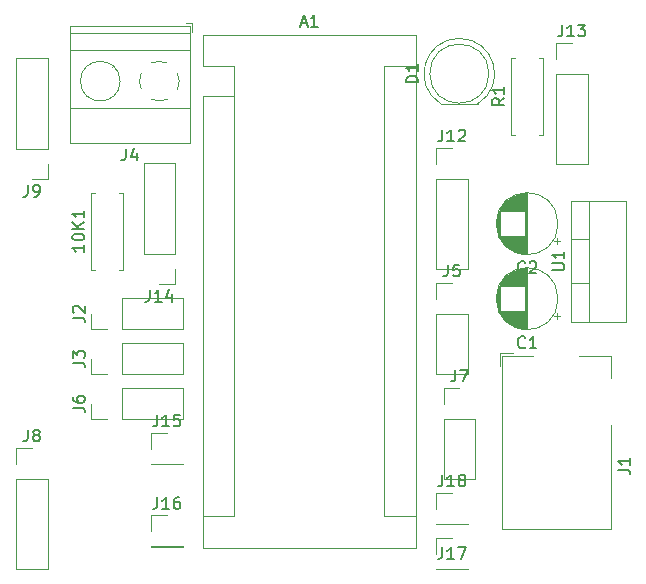
<source format=gbr>
%TF.GenerationSoftware,KiCad,Pcbnew,(5.1.12)-1*%
%TF.CreationDate,2022-03-25T13:53:05+05:30*%
%TF.ProjectId,smart_menu,736d6172-745f-46d6-956e-752e6b696361,rev?*%
%TF.SameCoordinates,Original*%
%TF.FileFunction,Legend,Top*%
%TF.FilePolarity,Positive*%
%FSLAX46Y46*%
G04 Gerber Fmt 4.6, Leading zero omitted, Abs format (unit mm)*
G04 Created by KiCad (PCBNEW (5.1.12)-1) date 2022-03-25 13:53:05*
%MOMM*%
%LPD*%
G01*
G04 APERTURE LIST*
%ADD10C,0.120000*%
%ADD11C,0.150000*%
G04 APERTURE END LIST*
D10*
%TO.C,J4*%
X89390000Y-82550000D02*
G75*
G03*
X89390000Y-82550000I-1680000J0D01*
G01*
X95270000Y-78450000D02*
X85150000Y-78450000D01*
X95270000Y-79950000D02*
X85150000Y-79950000D01*
X95270000Y-84851000D02*
X85150000Y-84851000D01*
X95270000Y-87811000D02*
X85150000Y-87811000D01*
X95270000Y-77890000D02*
X85150000Y-77890000D01*
X95270000Y-87811000D02*
X95270000Y-77890000D01*
X85150000Y-87811000D02*
X85150000Y-77890000D01*
X86435000Y-83619000D02*
X86482000Y-83573000D01*
X88744000Y-81311000D02*
X88779000Y-81276000D01*
X86640000Y-83825000D02*
X86675000Y-83789000D01*
X88937000Y-81527000D02*
X88984000Y-81481000D01*
X95510000Y-78390000D02*
X95510000Y-77650000D01*
X95510000Y-77650000D02*
X95010000Y-77650000D01*
X92681195Y-80869747D02*
G75*
G02*
X93394000Y-81015000I28805J-1680253D01*
G01*
X94245426Y-81866958D02*
G75*
G02*
X94245000Y-83234000I-1535426J-683042D01*
G01*
X93393042Y-84085426D02*
G75*
G02*
X92026000Y-84085000I-683042J1535426D01*
G01*
X91174574Y-83233042D02*
G75*
G02*
X91175000Y-81866000I1535426J683042D01*
G01*
X92026682Y-81015244D02*
G75*
G02*
X92710000Y-80870000I683318J-1534756D01*
G01*
%TO.C,U1*%
X127540000Y-102910000D02*
X127540000Y-92670000D01*
X132181000Y-102910000D02*
X132181000Y-92670000D01*
X127540000Y-102910000D02*
X132181000Y-102910000D01*
X127540000Y-92670000D02*
X132181000Y-92670000D01*
X129050000Y-102910000D02*
X129050000Y-92670000D01*
X127540000Y-99640000D02*
X129050000Y-99640000D01*
X127540000Y-95939000D02*
X129050000Y-95939000D01*
%TO.C,R1*%
X122785000Y-87090000D02*
X122455000Y-87090000D01*
X122455000Y-87090000D02*
X122455000Y-80550000D01*
X122455000Y-80550000D02*
X122785000Y-80550000D01*
X124865000Y-87090000D02*
X125195000Y-87090000D01*
X125195000Y-87090000D02*
X125195000Y-80550000D01*
X125195000Y-80550000D02*
X124865000Y-80550000D01*
%TO.C,J18*%
X116145000Y-120075000D02*
X118805000Y-120075000D01*
X116145000Y-120015000D02*
X116145000Y-120075000D01*
X118805000Y-120015000D02*
X118805000Y-120075000D01*
X116145000Y-120015000D02*
X118805000Y-120015000D01*
X116145000Y-118745000D02*
X116145000Y-117415000D01*
X116145000Y-117415000D02*
X117475000Y-117415000D01*
%TO.C,J17*%
X116145000Y-123885000D02*
X118805000Y-123885000D01*
X116145000Y-123825000D02*
X116145000Y-123885000D01*
X118805000Y-123825000D02*
X118805000Y-123885000D01*
X116145000Y-123825000D02*
X118805000Y-123825000D01*
X116145000Y-122555000D02*
X116145000Y-121225000D01*
X116145000Y-121225000D02*
X117475000Y-121225000D01*
%TO.C,J16*%
X92015000Y-121980000D02*
X94675000Y-121980000D01*
X92015000Y-121920000D02*
X92015000Y-121980000D01*
X94675000Y-121920000D02*
X94675000Y-121980000D01*
X92015000Y-121920000D02*
X94675000Y-121920000D01*
X92015000Y-120650000D02*
X92015000Y-119320000D01*
X92015000Y-119320000D02*
X93345000Y-119320000D01*
%TO.C,J15*%
X92015000Y-114995000D02*
X94675000Y-114995000D01*
X92015000Y-114935000D02*
X92015000Y-114995000D01*
X94675000Y-114935000D02*
X94675000Y-114995000D01*
X92015000Y-114935000D02*
X94675000Y-114935000D01*
X92015000Y-113665000D02*
X92015000Y-112335000D01*
X92015000Y-112335000D02*
X93345000Y-112335000D01*
%TO.C,J14*%
X94040000Y-89475000D02*
X91380000Y-89475000D01*
X94040000Y-97155000D02*
X94040000Y-89475000D01*
X91380000Y-97155000D02*
X91380000Y-89475000D01*
X94040000Y-97155000D02*
X91380000Y-97155000D01*
X94040000Y-98425000D02*
X94040000Y-99755000D01*
X94040000Y-99755000D02*
X92710000Y-99755000D01*
%TO.C,J13*%
X126305000Y-89595000D02*
X128965000Y-89595000D01*
X126305000Y-81915000D02*
X126305000Y-89595000D01*
X128965000Y-81915000D02*
X128965000Y-89595000D01*
X126305000Y-81915000D02*
X128965000Y-81915000D01*
X126305000Y-80645000D02*
X126305000Y-79315000D01*
X126305000Y-79315000D02*
X127635000Y-79315000D01*
%TO.C,J12*%
X116145000Y-98485000D02*
X118805000Y-98485000D01*
X116145000Y-90805000D02*
X116145000Y-98485000D01*
X118805000Y-90805000D02*
X118805000Y-98485000D01*
X116145000Y-90805000D02*
X118805000Y-90805000D01*
X116145000Y-89535000D02*
X116145000Y-88205000D01*
X116145000Y-88205000D02*
X117475000Y-88205000D01*
%TO.C,J9*%
X83245000Y-80585000D02*
X80585000Y-80585000D01*
X83245000Y-88265000D02*
X83245000Y-80585000D01*
X80585000Y-88265000D02*
X80585000Y-80585000D01*
X83245000Y-88265000D02*
X80585000Y-88265000D01*
X83245000Y-89535000D02*
X83245000Y-90865000D01*
X83245000Y-90865000D02*
X81915000Y-90865000D01*
%TO.C,J8*%
X80585000Y-123885000D02*
X83245000Y-123885000D01*
X80585000Y-116205000D02*
X80585000Y-123885000D01*
X83245000Y-116205000D02*
X83245000Y-123885000D01*
X80585000Y-116205000D02*
X83245000Y-116205000D01*
X80585000Y-114935000D02*
X80585000Y-113605000D01*
X80585000Y-113605000D02*
X81915000Y-113605000D01*
%TO.C,J7*%
X116780000Y-116265000D02*
X119440000Y-116265000D01*
X116780000Y-111125000D02*
X116780000Y-116265000D01*
X119440000Y-111125000D02*
X119440000Y-116265000D01*
X116780000Y-111125000D02*
X119440000Y-111125000D01*
X116780000Y-109855000D02*
X116780000Y-108525000D01*
X116780000Y-108525000D02*
X118110000Y-108525000D01*
%TO.C,J6*%
X94675000Y-111185000D02*
X94675000Y-108525000D01*
X89535000Y-111185000D02*
X94675000Y-111185000D01*
X89535000Y-108525000D02*
X94675000Y-108525000D01*
X89535000Y-111185000D02*
X89535000Y-108525000D01*
X88265000Y-111185000D02*
X86935000Y-111185000D01*
X86935000Y-111185000D02*
X86935000Y-109855000D01*
%TO.C,J5*%
X116145000Y-107375000D02*
X118805000Y-107375000D01*
X116145000Y-102235000D02*
X116145000Y-107375000D01*
X118805000Y-102235000D02*
X118805000Y-107375000D01*
X116145000Y-102235000D02*
X118805000Y-102235000D01*
X116145000Y-100965000D02*
X116145000Y-99635000D01*
X116145000Y-99635000D02*
X117475000Y-99635000D01*
%TO.C,J3*%
X94675000Y-107375000D02*
X94675000Y-104715000D01*
X89535000Y-107375000D02*
X94675000Y-107375000D01*
X89535000Y-104715000D02*
X94675000Y-104715000D01*
X89535000Y-107375000D02*
X89535000Y-104715000D01*
X88265000Y-107375000D02*
X86935000Y-107375000D01*
X86935000Y-107375000D02*
X86935000Y-106045000D01*
%TO.C,J2*%
X94675000Y-103565000D02*
X94675000Y-100905000D01*
X89535000Y-103565000D02*
X94675000Y-103565000D01*
X89535000Y-100905000D02*
X94675000Y-100905000D01*
X89535000Y-103565000D02*
X89535000Y-100905000D01*
X88265000Y-103565000D02*
X86935000Y-103565000D01*
X86935000Y-103565000D02*
X86935000Y-102235000D01*
%TO.C,J1*%
X122615000Y-105580000D02*
X121565000Y-105580000D01*
X121565000Y-106630000D02*
X121565000Y-105580000D01*
X130965000Y-111680000D02*
X130965000Y-120480000D01*
X130965000Y-120480000D02*
X121765000Y-120480000D01*
X128265000Y-105780000D02*
X130965000Y-105780000D01*
X130965000Y-105780000D02*
X130965000Y-107680000D01*
X121765000Y-120480000D02*
X121765000Y-105780000D01*
X121765000Y-105780000D02*
X124365000Y-105780000D01*
%TO.C,D1*%
X120610000Y-81915000D02*
G75*
G03*
X120610000Y-81915000I-2500000J0D01*
G01*
X116565000Y-84475000D02*
X119655000Y-84475000D01*
X118109538Y-78925000D02*
G75*
G02*
X119654830Y-84475000I462J-2990000D01*
G01*
X118110462Y-78925000D02*
G75*
G03*
X116565170Y-84475000I-462J-2990000D01*
G01*
%TO.C,C2*%
X126465000Y-94615000D02*
G75*
G03*
X126465000Y-94615000I-2620000J0D01*
G01*
X123845000Y-97195000D02*
X123845000Y-92035000D01*
X123805000Y-97195000D02*
X123805000Y-92035000D01*
X123765000Y-97194000D02*
X123765000Y-92036000D01*
X123725000Y-97193000D02*
X123725000Y-92037000D01*
X123685000Y-97191000D02*
X123685000Y-92039000D01*
X123645000Y-97188000D02*
X123645000Y-92042000D01*
X123605000Y-97184000D02*
X123605000Y-95655000D01*
X123605000Y-93575000D02*
X123605000Y-92046000D01*
X123565000Y-97180000D02*
X123565000Y-95655000D01*
X123565000Y-93575000D02*
X123565000Y-92050000D01*
X123525000Y-97176000D02*
X123525000Y-95655000D01*
X123525000Y-93575000D02*
X123525000Y-92054000D01*
X123485000Y-97171000D02*
X123485000Y-95655000D01*
X123485000Y-93575000D02*
X123485000Y-92059000D01*
X123445000Y-97165000D02*
X123445000Y-95655000D01*
X123445000Y-93575000D02*
X123445000Y-92065000D01*
X123405000Y-97158000D02*
X123405000Y-95655000D01*
X123405000Y-93575000D02*
X123405000Y-92072000D01*
X123365000Y-97151000D02*
X123365000Y-95655000D01*
X123365000Y-93575000D02*
X123365000Y-92079000D01*
X123325000Y-97143000D02*
X123325000Y-95655000D01*
X123325000Y-93575000D02*
X123325000Y-92087000D01*
X123285000Y-97135000D02*
X123285000Y-95655000D01*
X123285000Y-93575000D02*
X123285000Y-92095000D01*
X123245000Y-97126000D02*
X123245000Y-95655000D01*
X123245000Y-93575000D02*
X123245000Y-92104000D01*
X123205000Y-97116000D02*
X123205000Y-95655000D01*
X123205000Y-93575000D02*
X123205000Y-92114000D01*
X123165000Y-97106000D02*
X123165000Y-95655000D01*
X123165000Y-93575000D02*
X123165000Y-92124000D01*
X123124000Y-97095000D02*
X123124000Y-95655000D01*
X123124000Y-93575000D02*
X123124000Y-92135000D01*
X123084000Y-97083000D02*
X123084000Y-95655000D01*
X123084000Y-93575000D02*
X123084000Y-92147000D01*
X123044000Y-97070000D02*
X123044000Y-95655000D01*
X123044000Y-93575000D02*
X123044000Y-92160000D01*
X123004000Y-97057000D02*
X123004000Y-95655000D01*
X123004000Y-93575000D02*
X123004000Y-92173000D01*
X122964000Y-97043000D02*
X122964000Y-95655000D01*
X122964000Y-93575000D02*
X122964000Y-92187000D01*
X122924000Y-97029000D02*
X122924000Y-95655000D01*
X122924000Y-93575000D02*
X122924000Y-92201000D01*
X122884000Y-97013000D02*
X122884000Y-95655000D01*
X122884000Y-93575000D02*
X122884000Y-92217000D01*
X122844000Y-96997000D02*
X122844000Y-95655000D01*
X122844000Y-93575000D02*
X122844000Y-92233000D01*
X122804000Y-96980000D02*
X122804000Y-95655000D01*
X122804000Y-93575000D02*
X122804000Y-92250000D01*
X122764000Y-96963000D02*
X122764000Y-95655000D01*
X122764000Y-93575000D02*
X122764000Y-92267000D01*
X122724000Y-96944000D02*
X122724000Y-95655000D01*
X122724000Y-93575000D02*
X122724000Y-92286000D01*
X122684000Y-96925000D02*
X122684000Y-95655000D01*
X122684000Y-93575000D02*
X122684000Y-92305000D01*
X122644000Y-96905000D02*
X122644000Y-95655000D01*
X122644000Y-93575000D02*
X122644000Y-92325000D01*
X122604000Y-96883000D02*
X122604000Y-95655000D01*
X122604000Y-93575000D02*
X122604000Y-92347000D01*
X122564000Y-96862000D02*
X122564000Y-95655000D01*
X122564000Y-93575000D02*
X122564000Y-92368000D01*
X122524000Y-96839000D02*
X122524000Y-95655000D01*
X122524000Y-93575000D02*
X122524000Y-92391000D01*
X122484000Y-96815000D02*
X122484000Y-95655000D01*
X122484000Y-93575000D02*
X122484000Y-92415000D01*
X122444000Y-96790000D02*
X122444000Y-95655000D01*
X122444000Y-93575000D02*
X122444000Y-92440000D01*
X122404000Y-96764000D02*
X122404000Y-95655000D01*
X122404000Y-93575000D02*
X122404000Y-92466000D01*
X122364000Y-96737000D02*
X122364000Y-95655000D01*
X122364000Y-93575000D02*
X122364000Y-92493000D01*
X122324000Y-96710000D02*
X122324000Y-95655000D01*
X122324000Y-93575000D02*
X122324000Y-92520000D01*
X122284000Y-96680000D02*
X122284000Y-95655000D01*
X122284000Y-93575000D02*
X122284000Y-92550000D01*
X122244000Y-96650000D02*
X122244000Y-95655000D01*
X122244000Y-93575000D02*
X122244000Y-92580000D01*
X122204000Y-96619000D02*
X122204000Y-95655000D01*
X122204000Y-93575000D02*
X122204000Y-92611000D01*
X122164000Y-96586000D02*
X122164000Y-95655000D01*
X122164000Y-93575000D02*
X122164000Y-92644000D01*
X122124000Y-96552000D02*
X122124000Y-95655000D01*
X122124000Y-93575000D02*
X122124000Y-92678000D01*
X122084000Y-96516000D02*
X122084000Y-95655000D01*
X122084000Y-93575000D02*
X122084000Y-92714000D01*
X122044000Y-96479000D02*
X122044000Y-95655000D01*
X122044000Y-93575000D02*
X122044000Y-92751000D01*
X122004000Y-96441000D02*
X122004000Y-95655000D01*
X122004000Y-93575000D02*
X122004000Y-92789000D01*
X121964000Y-96400000D02*
X121964000Y-95655000D01*
X121964000Y-93575000D02*
X121964000Y-92830000D01*
X121924000Y-96358000D02*
X121924000Y-95655000D01*
X121924000Y-93575000D02*
X121924000Y-92872000D01*
X121884000Y-96314000D02*
X121884000Y-95655000D01*
X121884000Y-93575000D02*
X121884000Y-92916000D01*
X121844000Y-96268000D02*
X121844000Y-95655000D01*
X121844000Y-93575000D02*
X121844000Y-92962000D01*
X121804000Y-96220000D02*
X121804000Y-95655000D01*
X121804000Y-93575000D02*
X121804000Y-93010000D01*
X121764000Y-96169000D02*
X121764000Y-95655000D01*
X121764000Y-93575000D02*
X121764000Y-93061000D01*
X121724000Y-96115000D02*
X121724000Y-95655000D01*
X121724000Y-93575000D02*
X121724000Y-93115000D01*
X121684000Y-96058000D02*
X121684000Y-95655000D01*
X121684000Y-93575000D02*
X121684000Y-93172000D01*
X121644000Y-95998000D02*
X121644000Y-95655000D01*
X121644000Y-93575000D02*
X121644000Y-93232000D01*
X121604000Y-95934000D02*
X121604000Y-95655000D01*
X121604000Y-93575000D02*
X121604000Y-93296000D01*
X121564000Y-95866000D02*
X121564000Y-95655000D01*
X121564000Y-93575000D02*
X121564000Y-93364000D01*
X121524000Y-95793000D02*
X121524000Y-93437000D01*
X121484000Y-95713000D02*
X121484000Y-93517000D01*
X121444000Y-95626000D02*
X121444000Y-93604000D01*
X121404000Y-95530000D02*
X121404000Y-93700000D01*
X121364000Y-95420000D02*
X121364000Y-93810000D01*
X121324000Y-95292000D02*
X121324000Y-93938000D01*
X121284000Y-95133000D02*
X121284000Y-94097000D01*
X121244000Y-94899000D02*
X121244000Y-94331000D01*
X126649775Y-96090000D02*
X126149775Y-96090000D01*
X126399775Y-96340000D02*
X126399775Y-95840000D01*
%TO.C,C1*%
X126465000Y-100965000D02*
G75*
G03*
X126465000Y-100965000I-2620000J0D01*
G01*
X123845000Y-103545000D02*
X123845000Y-98385000D01*
X123805000Y-103545000D02*
X123805000Y-98385000D01*
X123765000Y-103544000D02*
X123765000Y-98386000D01*
X123725000Y-103543000D02*
X123725000Y-98387000D01*
X123685000Y-103541000D02*
X123685000Y-98389000D01*
X123645000Y-103538000D02*
X123645000Y-98392000D01*
X123605000Y-103534000D02*
X123605000Y-102005000D01*
X123605000Y-99925000D02*
X123605000Y-98396000D01*
X123565000Y-103530000D02*
X123565000Y-102005000D01*
X123565000Y-99925000D02*
X123565000Y-98400000D01*
X123525000Y-103526000D02*
X123525000Y-102005000D01*
X123525000Y-99925000D02*
X123525000Y-98404000D01*
X123485000Y-103521000D02*
X123485000Y-102005000D01*
X123485000Y-99925000D02*
X123485000Y-98409000D01*
X123445000Y-103515000D02*
X123445000Y-102005000D01*
X123445000Y-99925000D02*
X123445000Y-98415000D01*
X123405000Y-103508000D02*
X123405000Y-102005000D01*
X123405000Y-99925000D02*
X123405000Y-98422000D01*
X123365000Y-103501000D02*
X123365000Y-102005000D01*
X123365000Y-99925000D02*
X123365000Y-98429000D01*
X123325000Y-103493000D02*
X123325000Y-102005000D01*
X123325000Y-99925000D02*
X123325000Y-98437000D01*
X123285000Y-103485000D02*
X123285000Y-102005000D01*
X123285000Y-99925000D02*
X123285000Y-98445000D01*
X123245000Y-103476000D02*
X123245000Y-102005000D01*
X123245000Y-99925000D02*
X123245000Y-98454000D01*
X123205000Y-103466000D02*
X123205000Y-102005000D01*
X123205000Y-99925000D02*
X123205000Y-98464000D01*
X123165000Y-103456000D02*
X123165000Y-102005000D01*
X123165000Y-99925000D02*
X123165000Y-98474000D01*
X123124000Y-103445000D02*
X123124000Y-102005000D01*
X123124000Y-99925000D02*
X123124000Y-98485000D01*
X123084000Y-103433000D02*
X123084000Y-102005000D01*
X123084000Y-99925000D02*
X123084000Y-98497000D01*
X123044000Y-103420000D02*
X123044000Y-102005000D01*
X123044000Y-99925000D02*
X123044000Y-98510000D01*
X123004000Y-103407000D02*
X123004000Y-102005000D01*
X123004000Y-99925000D02*
X123004000Y-98523000D01*
X122964000Y-103393000D02*
X122964000Y-102005000D01*
X122964000Y-99925000D02*
X122964000Y-98537000D01*
X122924000Y-103379000D02*
X122924000Y-102005000D01*
X122924000Y-99925000D02*
X122924000Y-98551000D01*
X122884000Y-103363000D02*
X122884000Y-102005000D01*
X122884000Y-99925000D02*
X122884000Y-98567000D01*
X122844000Y-103347000D02*
X122844000Y-102005000D01*
X122844000Y-99925000D02*
X122844000Y-98583000D01*
X122804000Y-103330000D02*
X122804000Y-102005000D01*
X122804000Y-99925000D02*
X122804000Y-98600000D01*
X122764000Y-103313000D02*
X122764000Y-102005000D01*
X122764000Y-99925000D02*
X122764000Y-98617000D01*
X122724000Y-103294000D02*
X122724000Y-102005000D01*
X122724000Y-99925000D02*
X122724000Y-98636000D01*
X122684000Y-103275000D02*
X122684000Y-102005000D01*
X122684000Y-99925000D02*
X122684000Y-98655000D01*
X122644000Y-103255000D02*
X122644000Y-102005000D01*
X122644000Y-99925000D02*
X122644000Y-98675000D01*
X122604000Y-103233000D02*
X122604000Y-102005000D01*
X122604000Y-99925000D02*
X122604000Y-98697000D01*
X122564000Y-103212000D02*
X122564000Y-102005000D01*
X122564000Y-99925000D02*
X122564000Y-98718000D01*
X122524000Y-103189000D02*
X122524000Y-102005000D01*
X122524000Y-99925000D02*
X122524000Y-98741000D01*
X122484000Y-103165000D02*
X122484000Y-102005000D01*
X122484000Y-99925000D02*
X122484000Y-98765000D01*
X122444000Y-103140000D02*
X122444000Y-102005000D01*
X122444000Y-99925000D02*
X122444000Y-98790000D01*
X122404000Y-103114000D02*
X122404000Y-102005000D01*
X122404000Y-99925000D02*
X122404000Y-98816000D01*
X122364000Y-103087000D02*
X122364000Y-102005000D01*
X122364000Y-99925000D02*
X122364000Y-98843000D01*
X122324000Y-103060000D02*
X122324000Y-102005000D01*
X122324000Y-99925000D02*
X122324000Y-98870000D01*
X122284000Y-103030000D02*
X122284000Y-102005000D01*
X122284000Y-99925000D02*
X122284000Y-98900000D01*
X122244000Y-103000000D02*
X122244000Y-102005000D01*
X122244000Y-99925000D02*
X122244000Y-98930000D01*
X122204000Y-102969000D02*
X122204000Y-102005000D01*
X122204000Y-99925000D02*
X122204000Y-98961000D01*
X122164000Y-102936000D02*
X122164000Y-102005000D01*
X122164000Y-99925000D02*
X122164000Y-98994000D01*
X122124000Y-102902000D02*
X122124000Y-102005000D01*
X122124000Y-99925000D02*
X122124000Y-99028000D01*
X122084000Y-102866000D02*
X122084000Y-102005000D01*
X122084000Y-99925000D02*
X122084000Y-99064000D01*
X122044000Y-102829000D02*
X122044000Y-102005000D01*
X122044000Y-99925000D02*
X122044000Y-99101000D01*
X122004000Y-102791000D02*
X122004000Y-102005000D01*
X122004000Y-99925000D02*
X122004000Y-99139000D01*
X121964000Y-102750000D02*
X121964000Y-102005000D01*
X121964000Y-99925000D02*
X121964000Y-99180000D01*
X121924000Y-102708000D02*
X121924000Y-102005000D01*
X121924000Y-99925000D02*
X121924000Y-99222000D01*
X121884000Y-102664000D02*
X121884000Y-102005000D01*
X121884000Y-99925000D02*
X121884000Y-99266000D01*
X121844000Y-102618000D02*
X121844000Y-102005000D01*
X121844000Y-99925000D02*
X121844000Y-99312000D01*
X121804000Y-102570000D02*
X121804000Y-102005000D01*
X121804000Y-99925000D02*
X121804000Y-99360000D01*
X121764000Y-102519000D02*
X121764000Y-102005000D01*
X121764000Y-99925000D02*
X121764000Y-99411000D01*
X121724000Y-102465000D02*
X121724000Y-102005000D01*
X121724000Y-99925000D02*
X121724000Y-99465000D01*
X121684000Y-102408000D02*
X121684000Y-102005000D01*
X121684000Y-99925000D02*
X121684000Y-99522000D01*
X121644000Y-102348000D02*
X121644000Y-102005000D01*
X121644000Y-99925000D02*
X121644000Y-99582000D01*
X121604000Y-102284000D02*
X121604000Y-102005000D01*
X121604000Y-99925000D02*
X121604000Y-99646000D01*
X121564000Y-102216000D02*
X121564000Y-102005000D01*
X121564000Y-99925000D02*
X121564000Y-99714000D01*
X121524000Y-102143000D02*
X121524000Y-99787000D01*
X121484000Y-102063000D02*
X121484000Y-99867000D01*
X121444000Y-101976000D02*
X121444000Y-99954000D01*
X121404000Y-101880000D02*
X121404000Y-100050000D01*
X121364000Y-101770000D02*
X121364000Y-100160000D01*
X121324000Y-101642000D02*
X121324000Y-100288000D01*
X121284000Y-101483000D02*
X121284000Y-100447000D01*
X121244000Y-101249000D02*
X121244000Y-100681000D01*
X126649775Y-102440000D02*
X126149775Y-102440000D01*
X126399775Y-102690000D02*
X126399775Y-102190000D01*
%TO.C,A1*%
X99060000Y-83820000D02*
X99060000Y-81280000D01*
X99060000Y-81280000D02*
X96390000Y-81280000D01*
X96390000Y-83820000D02*
X96390000Y-122050000D01*
X96390000Y-78610000D02*
X96390000Y-81280000D01*
X111760000Y-81280000D02*
X114430000Y-81280000D01*
X111760000Y-81280000D02*
X111760000Y-119380000D01*
X111760000Y-119380000D02*
X114430000Y-119380000D01*
X99060000Y-83820000D02*
X96390000Y-83820000D01*
X99060000Y-83820000D02*
X99060000Y-119380000D01*
X99060000Y-119380000D02*
X96390000Y-119380000D01*
X96390000Y-122050000D02*
X114430000Y-122050000D01*
X114430000Y-122050000D02*
X114430000Y-78610000D01*
X114430000Y-78610000D02*
X96390000Y-78610000D01*
%TO.C,10K1*%
X87225000Y-98520000D02*
X86895000Y-98520000D01*
X86895000Y-98520000D02*
X86895000Y-91980000D01*
X86895000Y-91980000D02*
X87225000Y-91980000D01*
X89305000Y-98520000D02*
X89635000Y-98520000D01*
X89635000Y-98520000D02*
X89635000Y-91980000D01*
X89635000Y-91980000D02*
X89305000Y-91980000D01*
%TO.C,J4*%
D11*
X89876666Y-88262380D02*
X89876666Y-88976666D01*
X89829047Y-89119523D01*
X89733809Y-89214761D01*
X89590952Y-89262380D01*
X89495714Y-89262380D01*
X90781428Y-88595714D02*
X90781428Y-89262380D01*
X90543333Y-88214761D02*
X90305238Y-88929047D01*
X90924285Y-88929047D01*
%TO.C,U1*%
X125992380Y-98551904D02*
X126801904Y-98551904D01*
X126897142Y-98504285D01*
X126944761Y-98456666D01*
X126992380Y-98361428D01*
X126992380Y-98170952D01*
X126944761Y-98075714D01*
X126897142Y-98028095D01*
X126801904Y-97980476D01*
X125992380Y-97980476D01*
X126992380Y-96980476D02*
X126992380Y-97551904D01*
X126992380Y-97266190D02*
X125992380Y-97266190D01*
X126135238Y-97361428D01*
X126230476Y-97456666D01*
X126278095Y-97551904D01*
%TO.C,R1*%
X121907380Y-83986666D02*
X121431190Y-84320000D01*
X121907380Y-84558095D02*
X120907380Y-84558095D01*
X120907380Y-84177142D01*
X120955000Y-84081904D01*
X121002619Y-84034285D01*
X121097857Y-83986666D01*
X121240714Y-83986666D01*
X121335952Y-84034285D01*
X121383571Y-84081904D01*
X121431190Y-84177142D01*
X121431190Y-84558095D01*
X121907380Y-83034285D02*
X121907380Y-83605714D01*
X121907380Y-83320000D02*
X120907380Y-83320000D01*
X121050238Y-83415238D01*
X121145476Y-83510476D01*
X121193095Y-83605714D01*
%TO.C,J18*%
X116665476Y-115867380D02*
X116665476Y-116581666D01*
X116617857Y-116724523D01*
X116522619Y-116819761D01*
X116379761Y-116867380D01*
X116284523Y-116867380D01*
X117665476Y-116867380D02*
X117094047Y-116867380D01*
X117379761Y-116867380D02*
X117379761Y-115867380D01*
X117284523Y-116010238D01*
X117189285Y-116105476D01*
X117094047Y-116153095D01*
X118236904Y-116295952D02*
X118141666Y-116248333D01*
X118094047Y-116200714D01*
X118046428Y-116105476D01*
X118046428Y-116057857D01*
X118094047Y-115962619D01*
X118141666Y-115915000D01*
X118236904Y-115867380D01*
X118427380Y-115867380D01*
X118522619Y-115915000D01*
X118570238Y-115962619D01*
X118617857Y-116057857D01*
X118617857Y-116105476D01*
X118570238Y-116200714D01*
X118522619Y-116248333D01*
X118427380Y-116295952D01*
X118236904Y-116295952D01*
X118141666Y-116343571D01*
X118094047Y-116391190D01*
X118046428Y-116486428D01*
X118046428Y-116676904D01*
X118094047Y-116772142D01*
X118141666Y-116819761D01*
X118236904Y-116867380D01*
X118427380Y-116867380D01*
X118522619Y-116819761D01*
X118570238Y-116772142D01*
X118617857Y-116676904D01*
X118617857Y-116486428D01*
X118570238Y-116391190D01*
X118522619Y-116343571D01*
X118427380Y-116295952D01*
%TO.C,J17*%
X116665476Y-122007380D02*
X116665476Y-122721666D01*
X116617857Y-122864523D01*
X116522619Y-122959761D01*
X116379761Y-123007380D01*
X116284523Y-123007380D01*
X117665476Y-123007380D02*
X117094047Y-123007380D01*
X117379761Y-123007380D02*
X117379761Y-122007380D01*
X117284523Y-122150238D01*
X117189285Y-122245476D01*
X117094047Y-122293095D01*
X117998809Y-122007380D02*
X118665476Y-122007380D01*
X118236904Y-123007380D01*
%TO.C,J16*%
X92535476Y-117772380D02*
X92535476Y-118486666D01*
X92487857Y-118629523D01*
X92392619Y-118724761D01*
X92249761Y-118772380D01*
X92154523Y-118772380D01*
X93535476Y-118772380D02*
X92964047Y-118772380D01*
X93249761Y-118772380D02*
X93249761Y-117772380D01*
X93154523Y-117915238D01*
X93059285Y-118010476D01*
X92964047Y-118058095D01*
X94392619Y-117772380D02*
X94202142Y-117772380D01*
X94106904Y-117820000D01*
X94059285Y-117867619D01*
X93964047Y-118010476D01*
X93916428Y-118200952D01*
X93916428Y-118581904D01*
X93964047Y-118677142D01*
X94011666Y-118724761D01*
X94106904Y-118772380D01*
X94297380Y-118772380D01*
X94392619Y-118724761D01*
X94440238Y-118677142D01*
X94487857Y-118581904D01*
X94487857Y-118343809D01*
X94440238Y-118248571D01*
X94392619Y-118200952D01*
X94297380Y-118153333D01*
X94106904Y-118153333D01*
X94011666Y-118200952D01*
X93964047Y-118248571D01*
X93916428Y-118343809D01*
%TO.C,J15*%
X92535476Y-110787380D02*
X92535476Y-111501666D01*
X92487857Y-111644523D01*
X92392619Y-111739761D01*
X92249761Y-111787380D01*
X92154523Y-111787380D01*
X93535476Y-111787380D02*
X92964047Y-111787380D01*
X93249761Y-111787380D02*
X93249761Y-110787380D01*
X93154523Y-110930238D01*
X93059285Y-111025476D01*
X92964047Y-111073095D01*
X94440238Y-110787380D02*
X93964047Y-110787380D01*
X93916428Y-111263571D01*
X93964047Y-111215952D01*
X94059285Y-111168333D01*
X94297380Y-111168333D01*
X94392619Y-111215952D01*
X94440238Y-111263571D01*
X94487857Y-111358809D01*
X94487857Y-111596904D01*
X94440238Y-111692142D01*
X94392619Y-111739761D01*
X94297380Y-111787380D01*
X94059285Y-111787380D01*
X93964047Y-111739761D01*
X93916428Y-111692142D01*
%TO.C,J14*%
X91900476Y-100207380D02*
X91900476Y-100921666D01*
X91852857Y-101064523D01*
X91757619Y-101159761D01*
X91614761Y-101207380D01*
X91519523Y-101207380D01*
X92900476Y-101207380D02*
X92329047Y-101207380D01*
X92614761Y-101207380D02*
X92614761Y-100207380D01*
X92519523Y-100350238D01*
X92424285Y-100445476D01*
X92329047Y-100493095D01*
X93757619Y-100540714D02*
X93757619Y-101207380D01*
X93519523Y-100159761D02*
X93281428Y-100874047D01*
X93900476Y-100874047D01*
%TO.C,J13*%
X126825476Y-77767380D02*
X126825476Y-78481666D01*
X126777857Y-78624523D01*
X126682619Y-78719761D01*
X126539761Y-78767380D01*
X126444523Y-78767380D01*
X127825476Y-78767380D02*
X127254047Y-78767380D01*
X127539761Y-78767380D02*
X127539761Y-77767380D01*
X127444523Y-77910238D01*
X127349285Y-78005476D01*
X127254047Y-78053095D01*
X128158809Y-77767380D02*
X128777857Y-77767380D01*
X128444523Y-78148333D01*
X128587380Y-78148333D01*
X128682619Y-78195952D01*
X128730238Y-78243571D01*
X128777857Y-78338809D01*
X128777857Y-78576904D01*
X128730238Y-78672142D01*
X128682619Y-78719761D01*
X128587380Y-78767380D01*
X128301666Y-78767380D01*
X128206428Y-78719761D01*
X128158809Y-78672142D01*
%TO.C,J12*%
X116665476Y-86657380D02*
X116665476Y-87371666D01*
X116617857Y-87514523D01*
X116522619Y-87609761D01*
X116379761Y-87657380D01*
X116284523Y-87657380D01*
X117665476Y-87657380D02*
X117094047Y-87657380D01*
X117379761Y-87657380D02*
X117379761Y-86657380D01*
X117284523Y-86800238D01*
X117189285Y-86895476D01*
X117094047Y-86943095D01*
X118046428Y-86752619D02*
X118094047Y-86705000D01*
X118189285Y-86657380D01*
X118427380Y-86657380D01*
X118522619Y-86705000D01*
X118570238Y-86752619D01*
X118617857Y-86847857D01*
X118617857Y-86943095D01*
X118570238Y-87085952D01*
X117998809Y-87657380D01*
X118617857Y-87657380D01*
%TO.C,J9*%
X81581666Y-91317380D02*
X81581666Y-92031666D01*
X81534047Y-92174523D01*
X81438809Y-92269761D01*
X81295952Y-92317380D01*
X81200714Y-92317380D01*
X82105476Y-92317380D02*
X82295952Y-92317380D01*
X82391190Y-92269761D01*
X82438809Y-92222142D01*
X82534047Y-92079285D01*
X82581666Y-91888809D01*
X82581666Y-91507857D01*
X82534047Y-91412619D01*
X82486428Y-91365000D01*
X82391190Y-91317380D01*
X82200714Y-91317380D01*
X82105476Y-91365000D01*
X82057857Y-91412619D01*
X82010238Y-91507857D01*
X82010238Y-91745952D01*
X82057857Y-91841190D01*
X82105476Y-91888809D01*
X82200714Y-91936428D01*
X82391190Y-91936428D01*
X82486428Y-91888809D01*
X82534047Y-91841190D01*
X82581666Y-91745952D01*
%TO.C,J8*%
X81581666Y-112057380D02*
X81581666Y-112771666D01*
X81534047Y-112914523D01*
X81438809Y-113009761D01*
X81295952Y-113057380D01*
X81200714Y-113057380D01*
X82200714Y-112485952D02*
X82105476Y-112438333D01*
X82057857Y-112390714D01*
X82010238Y-112295476D01*
X82010238Y-112247857D01*
X82057857Y-112152619D01*
X82105476Y-112105000D01*
X82200714Y-112057380D01*
X82391190Y-112057380D01*
X82486428Y-112105000D01*
X82534047Y-112152619D01*
X82581666Y-112247857D01*
X82581666Y-112295476D01*
X82534047Y-112390714D01*
X82486428Y-112438333D01*
X82391190Y-112485952D01*
X82200714Y-112485952D01*
X82105476Y-112533571D01*
X82057857Y-112581190D01*
X82010238Y-112676428D01*
X82010238Y-112866904D01*
X82057857Y-112962142D01*
X82105476Y-113009761D01*
X82200714Y-113057380D01*
X82391190Y-113057380D01*
X82486428Y-113009761D01*
X82534047Y-112962142D01*
X82581666Y-112866904D01*
X82581666Y-112676428D01*
X82534047Y-112581190D01*
X82486428Y-112533571D01*
X82391190Y-112485952D01*
%TO.C,J7*%
X117776666Y-106977380D02*
X117776666Y-107691666D01*
X117729047Y-107834523D01*
X117633809Y-107929761D01*
X117490952Y-107977380D01*
X117395714Y-107977380D01*
X118157619Y-106977380D02*
X118824285Y-106977380D01*
X118395714Y-107977380D01*
%TO.C,J6*%
X85387380Y-110188333D02*
X86101666Y-110188333D01*
X86244523Y-110235952D01*
X86339761Y-110331190D01*
X86387380Y-110474047D01*
X86387380Y-110569285D01*
X85387380Y-109283571D02*
X85387380Y-109474047D01*
X85435000Y-109569285D01*
X85482619Y-109616904D01*
X85625476Y-109712142D01*
X85815952Y-109759761D01*
X86196904Y-109759761D01*
X86292142Y-109712142D01*
X86339761Y-109664523D01*
X86387380Y-109569285D01*
X86387380Y-109378809D01*
X86339761Y-109283571D01*
X86292142Y-109235952D01*
X86196904Y-109188333D01*
X85958809Y-109188333D01*
X85863571Y-109235952D01*
X85815952Y-109283571D01*
X85768333Y-109378809D01*
X85768333Y-109569285D01*
X85815952Y-109664523D01*
X85863571Y-109712142D01*
X85958809Y-109759761D01*
%TO.C,J5*%
X117141666Y-98087380D02*
X117141666Y-98801666D01*
X117094047Y-98944523D01*
X116998809Y-99039761D01*
X116855952Y-99087380D01*
X116760714Y-99087380D01*
X118094047Y-98087380D02*
X117617857Y-98087380D01*
X117570238Y-98563571D01*
X117617857Y-98515952D01*
X117713095Y-98468333D01*
X117951190Y-98468333D01*
X118046428Y-98515952D01*
X118094047Y-98563571D01*
X118141666Y-98658809D01*
X118141666Y-98896904D01*
X118094047Y-98992142D01*
X118046428Y-99039761D01*
X117951190Y-99087380D01*
X117713095Y-99087380D01*
X117617857Y-99039761D01*
X117570238Y-98992142D01*
%TO.C,J3*%
X85387380Y-106378333D02*
X86101666Y-106378333D01*
X86244523Y-106425952D01*
X86339761Y-106521190D01*
X86387380Y-106664047D01*
X86387380Y-106759285D01*
X85387380Y-105997380D02*
X85387380Y-105378333D01*
X85768333Y-105711666D01*
X85768333Y-105568809D01*
X85815952Y-105473571D01*
X85863571Y-105425952D01*
X85958809Y-105378333D01*
X86196904Y-105378333D01*
X86292142Y-105425952D01*
X86339761Y-105473571D01*
X86387380Y-105568809D01*
X86387380Y-105854523D01*
X86339761Y-105949761D01*
X86292142Y-105997380D01*
%TO.C,J2*%
X85387380Y-102568333D02*
X86101666Y-102568333D01*
X86244523Y-102615952D01*
X86339761Y-102711190D01*
X86387380Y-102854047D01*
X86387380Y-102949285D01*
X85482619Y-102139761D02*
X85435000Y-102092142D01*
X85387380Y-101996904D01*
X85387380Y-101758809D01*
X85435000Y-101663571D01*
X85482619Y-101615952D01*
X85577857Y-101568333D01*
X85673095Y-101568333D01*
X85815952Y-101615952D01*
X86387380Y-102187380D01*
X86387380Y-101568333D01*
%TO.C,J1*%
X131567380Y-115463333D02*
X132281666Y-115463333D01*
X132424523Y-115510952D01*
X132519761Y-115606190D01*
X132567380Y-115749047D01*
X132567380Y-115844285D01*
X132567380Y-114463333D02*
X132567380Y-115034761D01*
X132567380Y-114749047D02*
X131567380Y-114749047D01*
X131710238Y-114844285D01*
X131805476Y-114939523D01*
X131853095Y-115034761D01*
%TO.C,D1*%
X114602380Y-82653095D02*
X113602380Y-82653095D01*
X113602380Y-82415000D01*
X113650000Y-82272142D01*
X113745238Y-82176904D01*
X113840476Y-82129285D01*
X114030952Y-82081666D01*
X114173809Y-82081666D01*
X114364285Y-82129285D01*
X114459523Y-82176904D01*
X114554761Y-82272142D01*
X114602380Y-82415000D01*
X114602380Y-82653095D01*
X114602380Y-81129285D02*
X114602380Y-81700714D01*
X114602380Y-81415000D02*
X113602380Y-81415000D01*
X113745238Y-81510238D01*
X113840476Y-81605476D01*
X113888095Y-81700714D01*
%TO.C,C2*%
X123678333Y-98722142D02*
X123630714Y-98769761D01*
X123487857Y-98817380D01*
X123392619Y-98817380D01*
X123249761Y-98769761D01*
X123154523Y-98674523D01*
X123106904Y-98579285D01*
X123059285Y-98388809D01*
X123059285Y-98245952D01*
X123106904Y-98055476D01*
X123154523Y-97960238D01*
X123249761Y-97865000D01*
X123392619Y-97817380D01*
X123487857Y-97817380D01*
X123630714Y-97865000D01*
X123678333Y-97912619D01*
X124059285Y-97912619D02*
X124106904Y-97865000D01*
X124202142Y-97817380D01*
X124440238Y-97817380D01*
X124535476Y-97865000D01*
X124583095Y-97912619D01*
X124630714Y-98007857D01*
X124630714Y-98103095D01*
X124583095Y-98245952D01*
X124011666Y-98817380D01*
X124630714Y-98817380D01*
%TO.C,C1*%
X123678333Y-105072142D02*
X123630714Y-105119761D01*
X123487857Y-105167380D01*
X123392619Y-105167380D01*
X123249761Y-105119761D01*
X123154523Y-105024523D01*
X123106904Y-104929285D01*
X123059285Y-104738809D01*
X123059285Y-104595952D01*
X123106904Y-104405476D01*
X123154523Y-104310238D01*
X123249761Y-104215000D01*
X123392619Y-104167380D01*
X123487857Y-104167380D01*
X123630714Y-104215000D01*
X123678333Y-104262619D01*
X124630714Y-105167380D02*
X124059285Y-105167380D01*
X124345000Y-105167380D02*
X124345000Y-104167380D01*
X124249761Y-104310238D01*
X124154523Y-104405476D01*
X124059285Y-104453095D01*
%TO.C,A1*%
X104695714Y-77636666D02*
X105171904Y-77636666D01*
X104600476Y-77922380D02*
X104933809Y-76922380D01*
X105267142Y-77922380D01*
X106124285Y-77922380D02*
X105552857Y-77922380D01*
X105838571Y-77922380D02*
X105838571Y-76922380D01*
X105743333Y-77065238D01*
X105648095Y-77160476D01*
X105552857Y-77208095D01*
%TO.C,10K1*%
X86347380Y-96416666D02*
X86347380Y-96988095D01*
X86347380Y-96702380D02*
X85347380Y-96702380D01*
X85490238Y-96797619D01*
X85585476Y-96892857D01*
X85633095Y-96988095D01*
X85347380Y-95797619D02*
X85347380Y-95702380D01*
X85395000Y-95607142D01*
X85442619Y-95559523D01*
X85537857Y-95511904D01*
X85728333Y-95464285D01*
X85966428Y-95464285D01*
X86156904Y-95511904D01*
X86252142Y-95559523D01*
X86299761Y-95607142D01*
X86347380Y-95702380D01*
X86347380Y-95797619D01*
X86299761Y-95892857D01*
X86252142Y-95940476D01*
X86156904Y-95988095D01*
X85966428Y-96035714D01*
X85728333Y-96035714D01*
X85537857Y-95988095D01*
X85442619Y-95940476D01*
X85395000Y-95892857D01*
X85347380Y-95797619D01*
X86347380Y-95035714D02*
X85347380Y-95035714D01*
X86347380Y-94464285D02*
X85775952Y-94892857D01*
X85347380Y-94464285D02*
X85918809Y-95035714D01*
X86347380Y-93511904D02*
X86347380Y-94083333D01*
X86347380Y-93797619D02*
X85347380Y-93797619D01*
X85490238Y-93892857D01*
X85585476Y-93988095D01*
X85633095Y-94083333D01*
%TD*%
M02*

</source>
